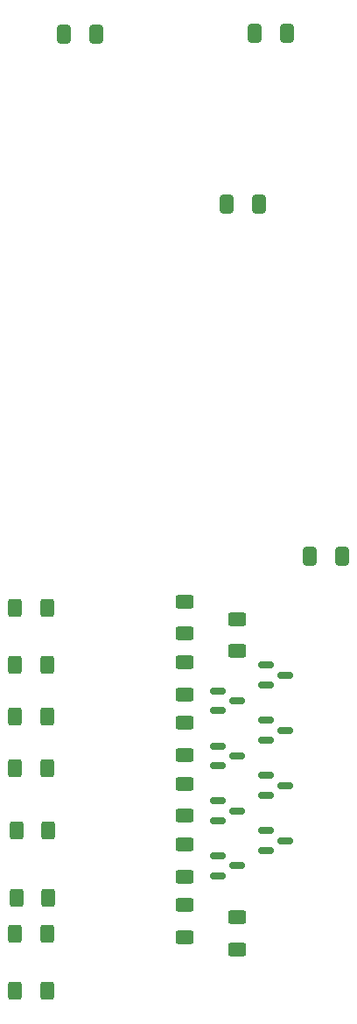
<source format=gbr>
%TF.GenerationSoftware,KiCad,Pcbnew,8.0.7-8.0.7-0~ubuntu24.10.1*%
%TF.CreationDate,2025-01-04T20:14:33+02:00*%
%TF.ProjectId,fpga_board,66706761-5f62-46f6-9172-642e6b696361,rev?*%
%TF.SameCoordinates,Original*%
%TF.FileFunction,Paste,Bot*%
%TF.FilePolarity,Positive*%
%FSLAX46Y46*%
G04 Gerber Fmt 4.6, Leading zero omitted, Abs format (unit mm)*
G04 Created by KiCad (PCBNEW 8.0.7-8.0.7-0~ubuntu24.10.1) date 2025-01-04 20:14:33*
%MOMM*%
%LPD*%
G01*
G04 APERTURE LIST*
G04 Aperture macros list*
%AMRoundRect*
0 Rectangle with rounded corners*
0 $1 Rounding radius*
0 $2 $3 $4 $5 $6 $7 $8 $9 X,Y pos of 4 corners*
0 Add a 4 corners polygon primitive as box body*
4,1,4,$2,$3,$4,$5,$6,$7,$8,$9,$2,$3,0*
0 Add four circle primitives for the rounded corners*
1,1,$1+$1,$2,$3*
1,1,$1+$1,$4,$5*
1,1,$1+$1,$6,$7*
1,1,$1+$1,$8,$9*
0 Add four rect primitives between the rounded corners*
20,1,$1+$1,$2,$3,$4,$5,0*
20,1,$1+$1,$4,$5,$6,$7,0*
20,1,$1+$1,$6,$7,$8,$9,0*
20,1,$1+$1,$8,$9,$2,$3,0*%
G04 Aperture macros list end*
%ADD10RoundRect,0.250000X0.625000X-0.400000X0.625000X0.400000X-0.625000X0.400000X-0.625000X-0.400000X0*%
%ADD11RoundRect,0.250000X-0.625000X0.400000X-0.625000X-0.400000X0.625000X-0.400000X0.625000X0.400000X0*%
%ADD12RoundRect,0.150000X-0.587500X-0.150000X0.587500X-0.150000X0.587500X0.150000X-0.587500X0.150000X0*%
%ADD13RoundRect,0.250000X-0.400000X-0.625000X0.400000X-0.625000X0.400000X0.625000X-0.400000X0.625000X0*%
%ADD14RoundRect,0.250000X0.412500X0.650000X-0.412500X0.650000X-0.412500X-0.650000X0.412500X-0.650000X0*%
%ADD15RoundRect,0.250000X-0.412500X-0.650000X0.412500X-0.650000X0.412500X0.650000X-0.412500X0.650000X0*%
G04 APERTURE END LIST*
D10*
%TO.C,R64*%
X145900000Y-99700000D03*
X145900000Y-96600000D03*
%TD*%
D11*
%TO.C,R61*%
X145900000Y-125400000D03*
X145900000Y-128500000D03*
%TD*%
%TO.C,R58*%
X140800000Y-94900000D03*
X140800000Y-98000000D03*
%TD*%
%TO.C,R55*%
X140800000Y-100770000D03*
X140800000Y-103870000D03*
%TD*%
%TO.C,R52*%
X140800000Y-106640000D03*
X140800000Y-109740000D03*
%TD*%
D10*
%TO.C,R49*%
X140800000Y-115610000D03*
X140800000Y-112510000D03*
%TD*%
D11*
%TO.C,R46*%
X140800000Y-118380000D03*
X140800000Y-121480000D03*
%TD*%
%TO.C,R44*%
X140800000Y-124250000D03*
X140800000Y-127350000D03*
%TD*%
D12*
%TO.C,Q8*%
X148625000Y-102950000D03*
X148625000Y-101050000D03*
X150500000Y-102000000D03*
%TD*%
%TO.C,Q7*%
X144000000Y-121400000D03*
X144000000Y-119500000D03*
X145875000Y-120450000D03*
%TD*%
%TO.C,Q6*%
X144000000Y-105450000D03*
X144000000Y-103550000D03*
X145875000Y-104500000D03*
%TD*%
%TO.C,Q5*%
X148625000Y-108283333D03*
X148625000Y-106383333D03*
X150500000Y-107333333D03*
%TD*%
%TO.C,Q4*%
X144000000Y-110766666D03*
X144000000Y-108866666D03*
X145875000Y-109816666D03*
%TD*%
%TO.C,Q3*%
X148625000Y-113616666D03*
X148625000Y-111716666D03*
X150500000Y-112666666D03*
%TD*%
%TO.C,Q2*%
X144000000Y-116083332D03*
X144000000Y-114183332D03*
X145875000Y-115133332D03*
%TD*%
%TO.C,Q1*%
X148625000Y-118950000D03*
X148625000Y-117050000D03*
X150500000Y-118000000D03*
%TD*%
D13*
%TO.C,R40*%
X124500000Y-117000000D03*
X127600000Y-117000000D03*
%TD*%
%TO.C,R37*%
X124400000Y-132500000D03*
X127500000Y-132500000D03*
%TD*%
%TO.C,R33*%
X124400000Y-111000000D03*
X127500000Y-111000000D03*
%TD*%
%TO.C,R38*%
X124400000Y-127000000D03*
X127500000Y-127000000D03*
%TD*%
%TO.C,R39*%
X124500000Y-123500000D03*
X127600000Y-123500000D03*
%TD*%
%TO.C,R34*%
X124400000Y-106000000D03*
X127500000Y-106000000D03*
%TD*%
%TO.C,R36*%
X124400000Y-95500000D03*
X127500000Y-95500000D03*
%TD*%
%TO.C,R35*%
X124400000Y-101000000D03*
X127500000Y-101000000D03*
%TD*%
D14*
%TO.C,C6*%
X132200000Y-40100000D03*
X129075000Y-40100000D03*
%TD*%
%TO.C,C4*%
X150700000Y-40000000D03*
X147575000Y-40000000D03*
%TD*%
D15*
%TO.C,C10*%
X152875000Y-90500000D03*
X156000000Y-90500000D03*
%TD*%
%TO.C,C7*%
X144840000Y-56500000D03*
X147965000Y-56500000D03*
%TD*%
M02*

</source>
